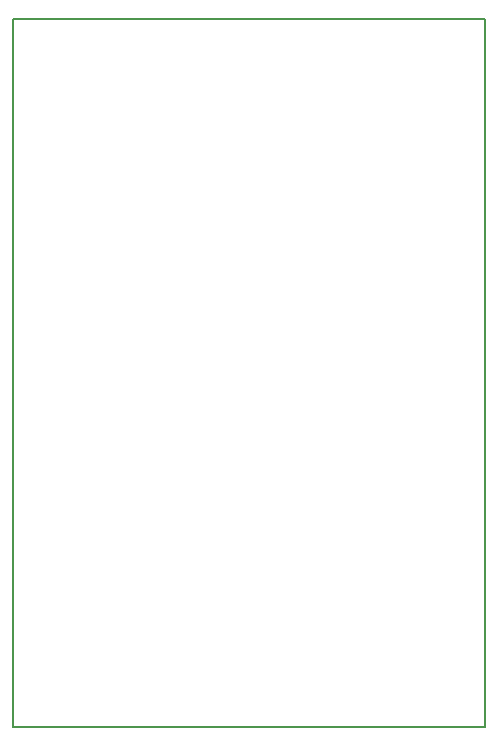
<source format=gbr>
G04 DipTrace 3.0.0.1*
G04 BoardOutline.gbr*
%MOIN*%
G04 #@! TF.FileFunction,Profile*
G04 #@! TF.Part,Single*
%ADD11C,0.005512*%
%FSLAX26Y26*%
G04*
G70*
G90*
G75*
G01*
G04 BoardOutline*
%LPD*%
X393701Y393701D2*
D11*
Y2755906D1*
X1968504D1*
Y393701D1*
X393701D1*
M02*

</source>
